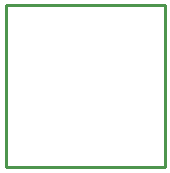
<source format=gko>
G04 Layer: BoardOutline*
G04 EasyEDA v6.4.5, 2020-09-20T16:18:12--7:00*
G04 bc100e7cdeee4e5aa78747fa08b5d3d3,abbdd1fb948b472fab9dcc4573dbb586,10*
G04 Gerber Generator version 0.2*
G04 Scale: 100 percent, Rotated: No, Reflected: No *
G04 Dimensions in millimeters *
G04 leading zeros omitted , absolute positions ,3 integer and 3 decimal *
%FSLAX33Y33*%
%MOMM*%
G90*
G71D02*

%ADD10C,0.254000*%
G54D10*
G01X0Y13716D02*
G01X13462Y13716D01*
G01X13462Y0D01*
G01X0Y0D01*
G01X0Y13716D01*

%LPD*%
M00*
M02*

</source>
